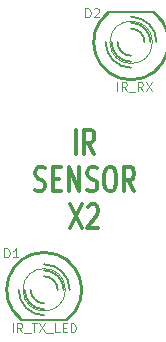
<source format=gto>
G04 (created by PCBNEW (2013-03-19 BZR 4004)-stable) date 4/21/2013 11:35:40 AM*
%MOIN*%
G04 Gerber Fmt 3.4, Leading zero omitted, Abs format*
%FSLAX34Y34*%
G01*
G70*
G90*
G04 APERTURE LIST*
%ADD10C,2.3622e-006*%
%ADD11C,0.012*%
%ADD12C,0.008*%
%ADD13C,0.003*%
%ADD14C,0.01*%
%ADD15C,0.006*%
%ADD16C,0.0035*%
G04 APERTURE END LIST*
G54D10*
G54D11*
X64850Y-32623D02*
X64850Y-31823D01*
X65478Y-32623D02*
X65278Y-32242D01*
X65135Y-32623D02*
X65135Y-31823D01*
X65364Y-31823D01*
X65421Y-31861D01*
X65450Y-31900D01*
X65478Y-31976D01*
X65478Y-32090D01*
X65450Y-32166D01*
X65421Y-32204D01*
X65364Y-32242D01*
X65135Y-32242D01*
X63492Y-33825D02*
X63578Y-33863D01*
X63721Y-33863D01*
X63778Y-33825D01*
X63807Y-33787D01*
X63835Y-33711D01*
X63835Y-33635D01*
X63807Y-33559D01*
X63778Y-33520D01*
X63721Y-33482D01*
X63607Y-33444D01*
X63550Y-33406D01*
X63521Y-33368D01*
X63492Y-33292D01*
X63492Y-33216D01*
X63521Y-33140D01*
X63550Y-33101D01*
X63607Y-33063D01*
X63750Y-33063D01*
X63835Y-33101D01*
X64092Y-33444D02*
X64292Y-33444D01*
X64378Y-33863D02*
X64092Y-33863D01*
X64092Y-33063D01*
X64378Y-33063D01*
X64635Y-33863D02*
X64635Y-33063D01*
X64978Y-33863D01*
X64978Y-33063D01*
X65235Y-33825D02*
X65321Y-33863D01*
X65464Y-33863D01*
X65521Y-33825D01*
X65550Y-33787D01*
X65578Y-33711D01*
X65578Y-33635D01*
X65550Y-33559D01*
X65521Y-33520D01*
X65464Y-33482D01*
X65350Y-33444D01*
X65292Y-33406D01*
X65264Y-33368D01*
X65235Y-33292D01*
X65235Y-33216D01*
X65264Y-33140D01*
X65292Y-33101D01*
X65350Y-33063D01*
X65492Y-33063D01*
X65578Y-33101D01*
X65950Y-33063D02*
X66064Y-33063D01*
X66121Y-33101D01*
X66178Y-33178D01*
X66207Y-33330D01*
X66207Y-33597D01*
X66178Y-33749D01*
X66121Y-33825D01*
X66064Y-33863D01*
X65950Y-33863D01*
X65892Y-33825D01*
X65835Y-33749D01*
X65807Y-33597D01*
X65807Y-33330D01*
X65835Y-33178D01*
X65892Y-33101D01*
X65950Y-33063D01*
X66807Y-33863D02*
X66607Y-33482D01*
X66464Y-33863D02*
X66464Y-33063D01*
X66692Y-33063D01*
X66750Y-33101D01*
X66778Y-33140D01*
X66807Y-33216D01*
X66807Y-33330D01*
X66778Y-33406D01*
X66750Y-33444D01*
X66692Y-33482D01*
X66464Y-33482D01*
X64664Y-34303D02*
X65064Y-35103D01*
X65064Y-34303D02*
X64664Y-35103D01*
X65264Y-34380D02*
X65292Y-34341D01*
X65350Y-34303D01*
X65492Y-34303D01*
X65550Y-34341D01*
X65578Y-34380D01*
X65607Y-34456D01*
X65607Y-34532D01*
X65578Y-34646D01*
X65235Y-35103D01*
X65607Y-35103D01*
G54D12*
X63050Y-38170D02*
X64550Y-38170D01*
G54D13*
X64507Y-37150D02*
G75*
G03X64507Y-37150I-707J0D01*
G74*
G01*
G54D14*
X64550Y-38149D02*
G75*
G03X63049Y-38149I-750J999D01*
G74*
G01*
G54D15*
X64250Y-37150D02*
G75*
G03X63800Y-36700I-450J0D01*
G74*
G01*
X63350Y-37150D02*
G75*
G03X63800Y-37600I450J0D01*
G74*
G01*
X64450Y-37150D02*
G75*
G03X63800Y-36500I-650J0D01*
G74*
G01*
X63150Y-37150D02*
G75*
G03X63800Y-37800I650J0D01*
G74*
G01*
X64650Y-37150D02*
G75*
G03X63800Y-36300I-850J0D01*
G74*
G01*
X62950Y-37150D02*
G75*
G03X63800Y-38000I850J0D01*
G74*
G01*
G54D12*
X67450Y-27880D02*
X65950Y-27880D01*
G54D13*
X67407Y-28900D02*
G75*
G03X67407Y-28900I-707J0D01*
G74*
G01*
G54D14*
X65949Y-27900D02*
G75*
G03X67450Y-27900I750J-999D01*
G74*
G01*
G54D15*
X66250Y-28900D02*
G75*
G03X66700Y-29350I450J0D01*
G74*
G01*
X67150Y-28900D02*
G75*
G03X66700Y-28450I-450J0D01*
G74*
G01*
X66050Y-28900D02*
G75*
G03X66700Y-29550I650J0D01*
G74*
G01*
X67350Y-28900D02*
G75*
G03X66700Y-28250I-650J0D01*
G74*
G01*
X65850Y-28900D02*
G75*
G03X66700Y-29750I850J0D01*
G74*
G01*
X67550Y-28900D02*
G75*
G03X66700Y-28050I-850J0D01*
G74*
G01*
G54D16*
X62478Y-36071D02*
X62478Y-35771D01*
X62550Y-35771D01*
X62592Y-35785D01*
X62621Y-35814D01*
X62635Y-35842D01*
X62650Y-35900D01*
X62650Y-35942D01*
X62635Y-36000D01*
X62621Y-36028D01*
X62592Y-36057D01*
X62550Y-36071D01*
X62478Y-36071D01*
X62935Y-36071D02*
X62764Y-36071D01*
X62850Y-36071D02*
X62850Y-35771D01*
X62821Y-35814D01*
X62792Y-35842D01*
X62764Y-35857D01*
X62757Y-38571D02*
X62757Y-38271D01*
X63071Y-38571D02*
X62971Y-38428D01*
X62900Y-38571D02*
X62900Y-38271D01*
X63014Y-38271D01*
X63042Y-38285D01*
X63057Y-38300D01*
X63071Y-38328D01*
X63071Y-38371D01*
X63057Y-38400D01*
X63042Y-38414D01*
X63014Y-38428D01*
X62900Y-38428D01*
X63128Y-38600D02*
X63357Y-38600D01*
X63385Y-38271D02*
X63557Y-38271D01*
X63471Y-38571D02*
X63471Y-38271D01*
X63628Y-38271D02*
X63828Y-38571D01*
X63828Y-38271D02*
X63628Y-38571D01*
X63871Y-38600D02*
X64099Y-38600D01*
X64314Y-38571D02*
X64171Y-38571D01*
X64171Y-38271D01*
X64414Y-38414D02*
X64514Y-38414D01*
X64557Y-38571D02*
X64414Y-38571D01*
X64414Y-38271D01*
X64557Y-38271D01*
X64685Y-38571D02*
X64685Y-38271D01*
X64757Y-38271D01*
X64799Y-38285D01*
X64828Y-38314D01*
X64842Y-38342D01*
X64857Y-38400D01*
X64857Y-38442D01*
X64842Y-38500D01*
X64828Y-38528D01*
X64799Y-38557D01*
X64757Y-38571D01*
X64685Y-38571D01*
X65178Y-28071D02*
X65178Y-27771D01*
X65250Y-27771D01*
X65292Y-27785D01*
X65321Y-27814D01*
X65335Y-27842D01*
X65350Y-27900D01*
X65350Y-27942D01*
X65335Y-28000D01*
X65321Y-28028D01*
X65292Y-28057D01*
X65250Y-28071D01*
X65178Y-28071D01*
X65464Y-27800D02*
X65478Y-27785D01*
X65507Y-27771D01*
X65578Y-27771D01*
X65607Y-27785D01*
X65621Y-27800D01*
X65635Y-27828D01*
X65635Y-27857D01*
X65621Y-27900D01*
X65450Y-28071D01*
X65635Y-28071D01*
X66242Y-30521D02*
X66242Y-30221D01*
X66557Y-30521D02*
X66457Y-30378D01*
X66385Y-30521D02*
X66385Y-30221D01*
X66500Y-30221D01*
X66528Y-30235D01*
X66542Y-30250D01*
X66557Y-30278D01*
X66557Y-30321D01*
X66542Y-30350D01*
X66528Y-30364D01*
X66500Y-30378D01*
X66385Y-30378D01*
X66614Y-30550D02*
X66842Y-30550D01*
X67085Y-30521D02*
X66985Y-30378D01*
X66914Y-30521D02*
X66914Y-30221D01*
X67028Y-30221D01*
X67057Y-30235D01*
X67071Y-30250D01*
X67085Y-30278D01*
X67085Y-30321D01*
X67071Y-30350D01*
X67057Y-30364D01*
X67028Y-30378D01*
X66914Y-30378D01*
X67185Y-30221D02*
X67385Y-30521D01*
X67385Y-30221D02*
X67185Y-30521D01*
M02*

</source>
